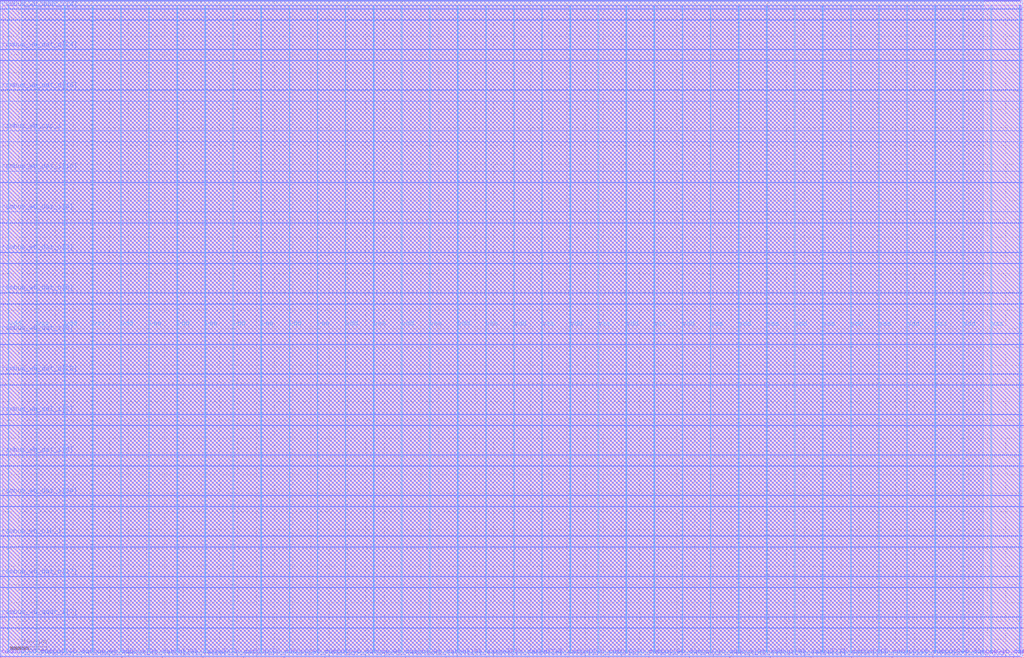
<source format=lef>
VERSION 5.7 ;
  NOWIREEXTENSIONATPIN ON ;
  DIVIDERCHAR "/" ;
  BUSBITCHARS "[]" ;
MACRO rambus
  CLASS BLOCK ;
  FOREIGN rambus ;
  ORIGIN 0.000 0.000 ;
  SIZE 2800.000 BY 1800.000 ;
  PIN rambus_wb_ack_o
    DIRECTION OUTPUT TRISTATE ;
    USE SIGNAL ;
    PORT
      LAYER Metal2 ;
        RECT 1747.200 1796.000 1747.760 1799.000 ;
    END
  END rambus_wb_ack_o
  PIN rambus_wb_addr_i[0]
    DIRECTION INPUT ;
    USE SIGNAL ;
    PORT
      LAYER Metal2 ;
        RECT 84.000 1796.000 84.560 1799.000 ;
    END
  END rambus_wb_addr_i[0]
  PIN rambus_wb_addr_i[1]
    DIRECTION INPUT ;
    USE SIGNAL ;
    PORT
      LAYER Metal3 ;
        RECT 2796.000 1078.560 2799.000 1079.120 ;
    END
  END rambus_wb_addr_i[1]
  PIN rambus_wb_addr_i[2]
    DIRECTION INPUT ;
    USE SIGNAL ;
    PORT
      LAYER Metal2 ;
        RECT 971.040 1796.000 971.600 1799.000 ;
    END
  END rambus_wb_addr_i[2]
  PIN rambus_wb_addr_i[3]
    DIRECTION INPUT ;
    USE SIGNAL ;
    PORT
      LAYER Metal2 ;
        RECT 221.760 1.000 222.320 4.000 ;
    END
  END rambus_wb_addr_i[3]
  PIN rambus_wb_addr_i[4]
    DIRECTION INPUT ;
    USE SIGNAL ;
    PORT
      LAYER Metal3 ;
        RECT 1.000 1774.080 4.000 1774.640 ;
    END
  END rambus_wb_addr_i[4]
  PIN rambus_wb_addr_i[5]
    DIRECTION INPUT ;
    USE SIGNAL ;
    PORT
      LAYER Metal3 ;
        RECT 2796.000 413.280 2799.000 413.840 ;
    END
  END rambus_wb_addr_i[5]
  PIN rambus_wb_addr_i[6]
    DIRECTION INPUT ;
    USE SIGNAL ;
    PORT
      LAYER Metal2 ;
        RECT 1995.840 1.000 1996.400 4.000 ;
    END
  END rambus_wb_addr_i[6]
  PIN rambus_wb_addr_i[7]
    DIRECTION INPUT ;
    USE SIGNAL ;
    PORT
      LAYER Metal3 ;
        RECT 1.000 110.880 4.000 111.440 ;
    END
  END rambus_wb_addr_i[7]
  PIN rambus_wb_addr_i[8]
    DIRECTION INPUT ;
    USE SIGNAL ;
    PORT
      LAYER Metal2 ;
        RECT 1884.960 1.000 1885.520 4.000 ;
    END
  END rambus_wb_addr_i[8]
  PIN rambus_wb_clk_i
    DIRECTION INPUT ;
    USE SIGNAL ;
    PORT
      LAYER Metal3 ;
        RECT 1.000 332.640 4.000 333.200 ;
    END
  END rambus_wb_clk_i
  PIN rambus_wb_cyc_i
    DIRECTION INPUT ;
    USE SIGNAL ;
    PORT
      LAYER Metal3 ;
        RECT 1.000 1441.440 4.000 1442.000 ;
    END
  END rambus_wb_cyc_i
  PIN rambus_wb_dat_i[0]
    DIRECTION INPUT ;
    USE SIGNAL ;
    PORT
      LAYER Metal3 ;
        RECT 1.000 554.400 4.000 554.960 ;
    END
  END rambus_wb_dat_i[0]
  PIN rambus_wb_dat_i[10]
    DIRECTION INPUT ;
    USE SIGNAL ;
    PORT
      LAYER Metal3 ;
        RECT 1.000 1330.560 4.000 1331.120 ;
    END
  END rambus_wb_dat_i[10]
  PIN rambus_wb_dat_i[11]
    DIRECTION INPUT ;
    USE SIGNAL ;
    PORT
      LAYER Metal2 ;
        RECT 2328.480 1.000 2329.040 4.000 ;
    END
  END rambus_wb_dat_i[11]
  PIN rambus_wb_dat_i[12]
    DIRECTION INPUT ;
    USE SIGNAL ;
    PORT
      LAYER Metal2 ;
        RECT 2745.120 1796.000 2745.680 1799.000 ;
    END
  END rambus_wb_dat_i[12]
  PIN rambus_wb_dat_i[13]
    DIRECTION INPUT ;
    USE SIGNAL ;
    PORT
      LAYER Metal2 ;
        RECT 416.640 1796.000 417.200 1799.000 ;
    END
  END rambus_wb_dat_i[13]
  PIN rambus_wb_dat_i[14]
    DIRECTION INPUT ;
    USE SIGNAL ;
    PORT
      LAYER Metal2 ;
        RECT 2190.720 1796.000 2191.280 1799.000 ;
    END
  END rambus_wb_dat_i[14]
  PIN rambus_wb_dat_i[15]
    DIRECTION INPUT ;
    USE SIGNAL ;
    PORT
      LAYER Metal2 ;
        RECT 2661.120 1.000 2661.680 4.000 ;
    END
  END rambus_wb_dat_i[15]
  PIN rambus_wb_dat_i[16]
    DIRECTION INPUT ;
    USE SIGNAL ;
    PORT
      LAYER Metal2 ;
        RECT 1636.320 1796.000 1636.880 1799.000 ;
    END
  END rambus_wb_dat_i[16]
  PIN rambus_wb_dat_i[17]
    DIRECTION INPUT ;
    USE SIGNAL ;
    PORT
      LAYER Metal3 ;
        RECT 2796.000 856.800 2799.000 857.360 ;
    END
  END rambus_wb_dat_i[17]
  PIN rambus_wb_dat_i[18]
    DIRECTION INPUT ;
    USE SIGNAL ;
    PORT
      LAYER Metal3 ;
        RECT 2796.000 302.400 2799.000 302.960 ;
    END
  END rambus_wb_dat_i[18]
  PIN rambus_wb_dat_i[19]
    DIRECTION INPUT ;
    USE SIGNAL ;
    PORT
      LAYER Metal3 ;
        RECT 2796.000 1189.440 2799.000 1190.000 ;
    END
  END rambus_wb_dat_i[19]
  PIN rambus_wb_dat_i[1]
    DIRECTION INPUT ;
    USE SIGNAL ;
    PORT
      LAYER Metal2 ;
        RECT 305.760 1796.000 306.320 1799.000 ;
    END
  END rambus_wb_dat_i[1]
  PIN rambus_wb_dat_i[20]
    DIRECTION INPUT ;
    USE SIGNAL ;
    PORT
      LAYER Metal3 ;
        RECT 2796.000 1522.080 2799.000 1522.640 ;
    END
  END rambus_wb_dat_i[20]
  PIN rambus_wb_dat_i[21]
    DIRECTION INPUT ;
    USE SIGNAL ;
    PORT
      LAYER Metal2 ;
        RECT 1192.800 1796.000 1193.360 1799.000 ;
    END
  END rambus_wb_dat_i[21]
  PIN rambus_wb_dat_i[22]
    DIRECTION INPUT ;
    USE SIGNAL ;
    PORT
      LAYER Metal3 ;
        RECT 2796.000 967.680 2799.000 968.240 ;
    END
  END rambus_wb_dat_i[22]
  PIN rambus_wb_dat_i[23]
    DIRECTION INPUT ;
    USE SIGNAL ;
    PORT
      LAYER Metal3 ;
        RECT 2796.000 191.520 2799.000 192.080 ;
    END
  END rambus_wb_dat_i[23]
  PIN rambus_wb_dat_i[24]
    DIRECTION INPUT ;
    USE SIGNAL ;
    PORT
      LAYER Metal3 ;
        RECT 1.000 443.520 4.000 444.080 ;
    END
  END rambus_wb_dat_i[24]
  PIN rambus_wb_dat_i[25]
    DIRECTION INPUT ;
    USE SIGNAL ;
    PORT
      LAYER Metal3 ;
        RECT 2796.000 1411.200 2799.000 1411.760 ;
    END
  END rambus_wb_dat_i[25]
  PIN rambus_wb_dat_i[26]
    DIRECTION INPUT ;
    USE SIGNAL ;
    PORT
      LAYER Metal2 ;
        RECT 665.280 1.000 665.840 4.000 ;
    END
  END rambus_wb_dat_i[26]
  PIN rambus_wb_dat_i[27]
    DIRECTION INPUT ;
    USE SIGNAL ;
    PORT
      LAYER Metal2 ;
        RECT 2106.720 1.000 2107.280 4.000 ;
    END
  END rambus_wb_dat_i[27]
  PIN rambus_wb_dat_i[28]
    DIRECTION INPUT ;
    USE SIGNAL ;
    PORT
      LAYER Metal2 ;
        RECT 2079.840 1796.000 2080.400 1799.000 ;
    END
  END rambus_wb_dat_i[28]
  PIN rambus_wb_dat_i[29]
    DIRECTION INPUT ;
    USE SIGNAL ;
    PORT
      LAYER Metal2 ;
        RECT 638.400 1796.000 638.960 1799.000 ;
    END
  END rambus_wb_dat_i[29]
  PIN rambus_wb_dat_i[2]
    DIRECTION INPUT ;
    USE SIGNAL ;
    PORT
      LAYER Metal2 ;
        RECT 1858.080 1796.000 1858.640 1799.000 ;
    END
  END rambus_wb_dat_i[2]
  PIN rambus_wb_dat_i[30]
    DIRECTION INPUT ;
    USE SIGNAL ;
    PORT
      LAYER Metal2 ;
        RECT 887.040 1.000 887.600 4.000 ;
    END
  END rambus_wb_dat_i[30]
  PIN rambus_wb_dat_i[31]
    DIRECTION INPUT ;
    USE SIGNAL ;
    PORT
      LAYER Metal2 ;
        RECT 2523.360 1796.000 2523.920 1799.000 ;
    END
  END rambus_wb_dat_i[31]
  PIN rambus_wb_dat_i[3]
    DIRECTION INPUT ;
    USE SIGNAL ;
    PORT
      LAYER Metal3 ;
        RECT 2796.000 1300.320 2799.000 1300.880 ;
    END
  END rambus_wb_dat_i[3]
  PIN rambus_wb_dat_i[4]
    DIRECTION INPUT ;
    USE SIGNAL ;
    PORT
      LAYER Metal3 ;
        RECT 1.000 1219.680 4.000 1220.240 ;
    END
  END rambus_wb_dat_i[4]
  PIN rambus_wb_dat_i[5]
    DIRECTION INPUT ;
    USE SIGNAL ;
    PORT
      LAYER Metal3 ;
        RECT 1.000 887.040 4.000 887.600 ;
    END
  END rambus_wb_dat_i[5]
  PIN rambus_wb_dat_i[6]
    DIRECTION INPUT ;
    USE SIGNAL ;
    PORT
      LAYER Metal2 ;
        RECT 554.400 1.000 554.960 4.000 ;
    END
  END rambus_wb_dat_i[6]
  PIN rambus_wb_dat_i[7]
    DIRECTION INPUT ;
    USE SIGNAL ;
    PORT
      LAYER Metal2 ;
        RECT 1774.080 1.000 1774.640 4.000 ;
    END
  END rambus_wb_dat_i[7]
  PIN rambus_wb_dat_i[8]
    DIRECTION INPUT ;
    USE SIGNAL ;
    PORT
      LAYER Metal3 ;
        RECT 2796.000 80.640 2799.000 81.200 ;
    END
  END rambus_wb_dat_i[8]
  PIN rambus_wb_dat_i[9]
    DIRECTION INPUT ;
    USE SIGNAL ;
    PORT
      LAYER Metal2 ;
        RECT 2550.240 1.000 2550.800 4.000 ;
    END
  END rambus_wb_dat_i[9]
  PIN rambus_wb_dat_o[0]
    DIRECTION OUTPUT TRISTATE ;
    USE SIGNAL ;
    PORT
      LAYER Metal2 ;
        RECT 1441.440 1.000 1442.000 4.000 ;
    END
  END rambus_wb_dat_o[0]
  PIN rambus_wb_dat_o[10]
    DIRECTION OUTPUT TRISTATE ;
    USE SIGNAL ;
    PORT
      LAYER Metal2 ;
        RECT 527.520 1796.000 528.080 1799.000 ;
    END
  END rambus_wb_dat_o[10]
  PIN rambus_wb_dat_o[11]
    DIRECTION OUTPUT TRISTATE ;
    USE SIGNAL ;
    PORT
      LAYER Metal2 ;
        RECT 2217.600 1.000 2218.160 4.000 ;
    END
  END rambus_wb_dat_o[11]
  PIN rambus_wb_dat_o[12]
    DIRECTION OUTPUT TRISTATE ;
    USE SIGNAL ;
    PORT
      LAYER Metal2 ;
        RECT 1303.680 1796.000 1304.240 1799.000 ;
    END
  END rambus_wb_dat_o[12]
  PIN rambus_wb_dat_o[13]
    DIRECTION OUTPUT TRISTATE ;
    USE SIGNAL ;
    PORT
      LAYER Metal2 ;
        RECT 2772.000 1.000 2772.560 4.000 ;
    END
  END rambus_wb_dat_o[13]
  PIN rambus_wb_dat_o[14]
    DIRECTION OUTPUT TRISTATE ;
    USE SIGNAL ;
    PORT
      LAYER Metal3 ;
        RECT 2796.000 524.160 2799.000 524.720 ;
    END
  END rambus_wb_dat_o[14]
  PIN rambus_wb_dat_o[15]
    DIRECTION OUTPUT TRISTATE ;
    USE SIGNAL ;
    PORT
      LAYER Metal2 ;
        RECT 1663.200 1.000 1663.760 4.000 ;
    END
  END rambus_wb_dat_o[15]
  PIN rambus_wb_dat_o[16]
    DIRECTION OUTPUT TRISTATE ;
    USE SIGNAL ;
    PORT
      LAYER Metal3 ;
        RECT 1.000 1552.320 4.000 1552.880 ;
    END
  END rambus_wb_dat_o[16]
  PIN rambus_wb_dat_o[17]
    DIRECTION OUTPUT TRISTATE ;
    USE SIGNAL ;
    PORT
      LAYER Metal3 ;
        RECT 1.000 221.760 4.000 222.320 ;
    END
  END rambus_wb_dat_o[17]
  PIN rambus_wb_dat_o[18]
    DIRECTION OUTPUT TRISTATE ;
    USE SIGNAL ;
    PORT
      LAYER Metal2 ;
        RECT 1525.440 1796.000 1526.000 1799.000 ;
    END
  END rambus_wb_dat_o[18]
  PIN rambus_wb_dat_o[19]
    DIRECTION OUTPUT TRISTATE ;
    USE SIGNAL ;
    PORT
      LAYER Metal2 ;
        RECT 1108.800 1.000 1109.360 4.000 ;
    END
  END rambus_wb_dat_o[19]
  PIN rambus_wb_dat_o[1]
    DIRECTION OUTPUT TRISTATE ;
    USE SIGNAL ;
    PORT
      LAYER Metal2 ;
        RECT 0.000 1.000 0.560 4.000 ;
    END
  END rambus_wb_dat_o[1]
  PIN rambus_wb_dat_o[20]
    DIRECTION OUTPUT TRISTATE ;
    USE SIGNAL ;
    PORT
      LAYER Metal2 ;
        RECT 1330.560 1.000 1331.120 4.000 ;
    END
  END rambus_wb_dat_o[20]
  PIN rambus_wb_dat_o[21]
    DIRECTION OUTPUT TRISTATE ;
    USE SIGNAL ;
    PORT
      LAYER Metal2 ;
        RECT 1414.560 1796.000 1415.120 1799.000 ;
    END
  END rambus_wb_dat_o[21]
  PIN rambus_wb_dat_o[22]
    DIRECTION OUTPUT TRISTATE ;
    USE SIGNAL ;
    PORT
      LAYER Metal2 ;
        RECT 1968.960 1796.000 1969.520 1799.000 ;
    END
  END rambus_wb_dat_o[22]
  PIN rambus_wb_dat_o[23]
    DIRECTION OUTPUT TRISTATE ;
    USE SIGNAL ;
    PORT
      LAYER Metal2 ;
        RECT 2634.240 1796.000 2634.800 1799.000 ;
    END
  END rambus_wb_dat_o[23]
  PIN rambus_wb_dat_o[24]
    DIRECTION OUTPUT TRISTATE ;
    USE SIGNAL ;
    PORT
      LAYER Metal3 ;
        RECT 1.000 1663.200 4.000 1663.760 ;
    END
  END rambus_wb_dat_o[24]
  PIN rambus_wb_dat_o[25]
    DIRECTION OUTPUT TRISTATE ;
    USE SIGNAL ;
    PORT
      LAYER Metal2 ;
        RECT 332.640 1.000 333.200 4.000 ;
    END
  END rambus_wb_dat_o[25]
  PIN rambus_wb_dat_o[26]
    DIRECTION OUTPUT TRISTATE ;
    USE SIGNAL ;
    PORT
      LAYER Metal2 ;
        RECT 110.880 1.000 111.440 4.000 ;
    END
  END rambus_wb_dat_o[26]
  PIN rambus_wb_dat_o[27]
    DIRECTION OUTPUT TRISTATE ;
    USE SIGNAL ;
    PORT
      LAYER Metal3 ;
        RECT 2796.000 1743.840 2799.000 1744.400 ;
    END
  END rambus_wb_dat_o[27]
  PIN rambus_wb_dat_o[28]
    DIRECTION OUTPUT TRISTATE ;
    USE SIGNAL ;
    PORT
      LAYER Metal3 ;
        RECT 1.000 776.160 4.000 776.720 ;
    END
  END rambus_wb_dat_o[28]
  PIN rambus_wb_dat_o[29]
    DIRECTION OUTPUT TRISTATE ;
    USE SIGNAL ;
    PORT
      LAYER Metal2 ;
        RECT 997.920 1.000 998.480 4.000 ;
    END
  END rambus_wb_dat_o[29]
  PIN rambus_wb_dat_o[2]
    DIRECTION OUTPUT TRISTATE ;
    USE SIGNAL ;
    PORT
      LAYER Metal3 ;
        RECT 2796.000 1632.960 2799.000 1633.520 ;
    END
  END rambus_wb_dat_o[2]
  PIN rambus_wb_dat_o[30]
    DIRECTION OUTPUT TRISTATE ;
    USE SIGNAL ;
    PORT
      LAYER Metal2 ;
        RECT 2439.360 1.000 2439.920 4.000 ;
    END
  END rambus_wb_dat_o[30]
  PIN rambus_wb_dat_o[31]
    DIRECTION OUTPUT TRISTATE ;
    USE SIGNAL ;
    PORT
      LAYER Metal2 ;
        RECT 860.160 1796.000 860.720 1799.000 ;
    END
  END rambus_wb_dat_o[31]
  PIN rambus_wb_dat_o[3]
    DIRECTION OUTPUT TRISTATE ;
    USE SIGNAL ;
    PORT
      LAYER Metal3 ;
        RECT 1.000 1108.800 4.000 1109.360 ;
    END
  END rambus_wb_dat_o[3]
  PIN rambus_wb_dat_o[4]
    DIRECTION OUTPUT TRISTATE ;
    USE SIGNAL ;
    PORT
      LAYER Metal2 ;
        RECT 443.520 1.000 444.080 4.000 ;
    END
  END rambus_wb_dat_o[4]
  PIN rambus_wb_dat_o[5]
    DIRECTION OUTPUT TRISTATE ;
    USE SIGNAL ;
    PORT
      LAYER Metal2 ;
        RECT 776.160 1.000 776.720 4.000 ;
    END
  END rambus_wb_dat_o[5]
  PIN rambus_wb_dat_o[6]
    DIRECTION OUTPUT TRISTATE ;
    USE SIGNAL ;
    PORT
      LAYER Metal3 ;
        RECT 1.000 997.920 4.000 998.480 ;
    END
  END rambus_wb_dat_o[6]
  PIN rambus_wb_dat_o[7]
    DIRECTION OUTPUT TRISTATE ;
    USE SIGNAL ;
    PORT
      LAYER Metal3 ;
        RECT 2796.000 745.920 2799.000 746.480 ;
    END
  END rambus_wb_dat_o[7]
  PIN rambus_wb_dat_o[8]
    DIRECTION OUTPUT TRISTATE ;
    USE SIGNAL ;
    PORT
      LAYER Metal2 ;
        RECT 1219.680 1.000 1220.240 4.000 ;
    END
  END rambus_wb_dat_o[8]
  PIN rambus_wb_dat_o[9]
    DIRECTION OUTPUT TRISTATE ;
    USE SIGNAL ;
    PORT
      LAYER Metal2 ;
        RECT 2412.480 1796.000 2413.040 1799.000 ;
    END
  END rambus_wb_dat_o[9]
  PIN rambus_wb_rst_i
    DIRECTION INPUT ;
    USE SIGNAL ;
    PORT
      LAYER Metal2 ;
        RECT 2301.600 1796.000 2302.160 1799.000 ;
    END
  END rambus_wb_rst_i
  PIN rambus_wb_sel_i[0]
    DIRECTION INPUT ;
    USE SIGNAL ;
    PORT
      LAYER Metal2 ;
        RECT 749.280 1796.000 749.840 1799.000 ;
    END
  END rambus_wb_sel_i[0]
  PIN rambus_wb_sel_i[1]
    DIRECTION INPUT ;
    USE SIGNAL ;
    PORT
      LAYER Metal2 ;
        RECT 1081.920 1796.000 1082.480 1799.000 ;
    END
  END rambus_wb_sel_i[1]
  PIN rambus_wb_sel_i[2]
    DIRECTION INPUT ;
    USE SIGNAL ;
    PORT
      LAYER Metal2 ;
        RECT 1552.320 1.000 1552.880 4.000 ;
    END
  END rambus_wb_sel_i[2]
  PIN rambus_wb_sel_i[3]
    DIRECTION INPUT ;
    USE SIGNAL ;
    PORT
      LAYER Metal3 ;
        RECT 1.000 665.280 4.000 665.840 ;
    END
  END rambus_wb_sel_i[3]
  PIN rambus_wb_stb_i
    DIRECTION INPUT ;
    USE SIGNAL ;
    PORT
      LAYER Metal2 ;
        RECT 194.880 1796.000 195.440 1799.000 ;
    END
  END rambus_wb_stb_i
  PIN rambus_wb_we_i
    DIRECTION INPUT ;
    USE SIGNAL ;
    PORT
      LAYER Metal3 ;
        RECT 2796.000 635.040 2799.000 635.600 ;
    END
  END rambus_wb_we_i
  PIN vdd
    DIRECTION INOUT ;
    USE POWER ;
    PORT
      LAYER Metal4 ;
        RECT 22.240 15.380 23.840 1783.900 ;
    END
    PORT
      LAYER Metal4 ;
        RECT 175.840 15.380 177.440 1783.900 ;
    END
    PORT
      LAYER Metal4 ;
        RECT 329.440 15.380 331.040 1783.900 ;
    END
    PORT
      LAYER Metal4 ;
        RECT 483.040 15.380 484.640 1783.900 ;
    END
    PORT
      LAYER Metal4 ;
        RECT 636.640 15.380 638.240 1783.900 ;
    END
    PORT
      LAYER Metal4 ;
        RECT 790.240 15.380 791.840 1783.900 ;
    END
    PORT
      LAYER Metal4 ;
        RECT 943.840 15.380 945.440 1783.900 ;
    END
    PORT
      LAYER Metal4 ;
        RECT 1097.440 15.380 1099.040 1783.900 ;
    END
    PORT
      LAYER Metal4 ;
        RECT 1251.040 15.380 1252.640 1783.900 ;
    END
    PORT
      LAYER Metal4 ;
        RECT 1404.640 15.380 1406.240 1783.900 ;
    END
    PORT
      LAYER Metal4 ;
        RECT 1558.240 15.380 1559.840 1783.900 ;
    END
    PORT
      LAYER Metal4 ;
        RECT 1711.840 15.380 1713.440 1783.900 ;
    END
    PORT
      LAYER Metal4 ;
        RECT 1865.440 15.380 1867.040 1783.900 ;
    END
    PORT
      LAYER Metal4 ;
        RECT 2019.040 15.380 2020.640 1783.900 ;
    END
    PORT
      LAYER Metal4 ;
        RECT 2172.640 15.380 2174.240 1783.900 ;
    END
    PORT
      LAYER Metal4 ;
        RECT 2326.240 15.380 2327.840 1783.900 ;
    END
    PORT
      LAYER Metal4 ;
        RECT 2479.840 15.380 2481.440 1783.900 ;
    END
    PORT
      LAYER Metal4 ;
        RECT 2633.440 15.380 2635.040 1783.900 ;
    END
    PORT
      LAYER Metal4 ;
        RECT 2787.040 15.380 2788.640 1783.900 ;
    END
  END vdd
  PIN vss
    DIRECTION INOUT ;
    USE GROUND ;
    PORT
      LAYER Metal4 ;
        RECT 99.040 15.380 100.640 1783.900 ;
    END
    PORT
      LAYER Metal4 ;
        RECT 252.640 15.380 254.240 1783.900 ;
    END
    PORT
      LAYER Metal4 ;
        RECT 406.240 15.380 407.840 1783.900 ;
    END
    PORT
      LAYER Metal4 ;
        RECT 559.840 15.380 561.440 1783.900 ;
    END
    PORT
      LAYER Metal4 ;
        RECT 713.440 15.380 715.040 1783.900 ;
    END
    PORT
      LAYER Metal4 ;
        RECT 867.040 15.380 868.640 1783.900 ;
    END
    PORT
      LAYER Metal4 ;
        RECT 1020.640 15.380 1022.240 1783.900 ;
    END
    PORT
      LAYER Metal4 ;
        RECT 1174.240 15.380 1175.840 1783.900 ;
    END
    PORT
      LAYER Metal4 ;
        RECT 1327.840 15.380 1329.440 1783.900 ;
    END
    PORT
      LAYER Metal4 ;
        RECT 1481.440 15.380 1483.040 1783.900 ;
    END
    PORT
      LAYER Metal4 ;
        RECT 1635.040 15.380 1636.640 1783.900 ;
    END
    PORT
      LAYER Metal4 ;
        RECT 1788.640 15.380 1790.240 1783.900 ;
    END
    PORT
      LAYER Metal4 ;
        RECT 1942.240 15.380 1943.840 1783.900 ;
    END
    PORT
      LAYER Metal4 ;
        RECT 2095.840 15.380 2097.440 1783.900 ;
    END
    PORT
      LAYER Metal4 ;
        RECT 2249.440 15.380 2251.040 1783.900 ;
    END
    PORT
      LAYER Metal4 ;
        RECT 2403.040 15.380 2404.640 1783.900 ;
    END
    PORT
      LAYER Metal4 ;
        RECT 2556.640 15.380 2558.240 1783.900 ;
    END
    PORT
      LAYER Metal4 ;
        RECT 2710.240 15.380 2711.840 1783.900 ;
    END
  END vss
  OBS
      LAYER Metal1 ;
        RECT 6.720 15.380 2793.280 1784.570 ;
      LAYER Metal2 ;
        RECT 0.140 1799.300 2790.900 1799.700 ;
        RECT 0.140 1795.700 83.700 1799.300 ;
        RECT 84.860 1795.700 194.580 1799.300 ;
        RECT 195.740 1795.700 305.460 1799.300 ;
        RECT 306.620 1795.700 416.340 1799.300 ;
        RECT 417.500 1795.700 527.220 1799.300 ;
        RECT 528.380 1795.700 638.100 1799.300 ;
        RECT 639.260 1795.700 748.980 1799.300 ;
        RECT 750.140 1795.700 859.860 1799.300 ;
        RECT 861.020 1795.700 970.740 1799.300 ;
        RECT 971.900 1795.700 1081.620 1799.300 ;
        RECT 1082.780 1795.700 1192.500 1799.300 ;
        RECT 1193.660 1795.700 1303.380 1799.300 ;
        RECT 1304.540 1795.700 1414.260 1799.300 ;
        RECT 1415.420 1795.700 1525.140 1799.300 ;
        RECT 1526.300 1795.700 1636.020 1799.300 ;
        RECT 1637.180 1795.700 1746.900 1799.300 ;
        RECT 1748.060 1795.700 1857.780 1799.300 ;
        RECT 1858.940 1795.700 1968.660 1799.300 ;
        RECT 1969.820 1795.700 2079.540 1799.300 ;
        RECT 2080.700 1795.700 2190.420 1799.300 ;
        RECT 2191.580 1795.700 2301.300 1799.300 ;
        RECT 2302.460 1795.700 2412.180 1799.300 ;
        RECT 2413.340 1795.700 2523.060 1799.300 ;
        RECT 2524.220 1795.700 2633.940 1799.300 ;
        RECT 2635.100 1795.700 2744.820 1799.300 ;
        RECT 2745.980 1795.700 2790.900 1799.300 ;
        RECT 0.140 4.300 2790.900 1795.700 ;
        RECT 0.860 2.890 110.580 4.300 ;
        RECT 111.740 2.890 221.460 4.300 ;
        RECT 222.620 2.890 332.340 4.300 ;
        RECT 333.500 2.890 443.220 4.300 ;
        RECT 444.380 2.890 554.100 4.300 ;
        RECT 555.260 2.890 664.980 4.300 ;
        RECT 666.140 2.890 775.860 4.300 ;
        RECT 777.020 2.890 886.740 4.300 ;
        RECT 887.900 2.890 997.620 4.300 ;
        RECT 998.780 2.890 1108.500 4.300 ;
        RECT 1109.660 2.890 1219.380 4.300 ;
        RECT 1220.540 2.890 1330.260 4.300 ;
        RECT 1331.420 2.890 1441.140 4.300 ;
        RECT 1442.300 2.890 1552.020 4.300 ;
        RECT 1553.180 2.890 1662.900 4.300 ;
        RECT 1664.060 2.890 1773.780 4.300 ;
        RECT 1774.940 2.890 1884.660 4.300 ;
        RECT 1885.820 2.890 1995.540 4.300 ;
        RECT 1996.700 2.890 2106.420 4.300 ;
        RECT 2107.580 2.890 2217.300 4.300 ;
        RECT 2218.460 2.890 2328.180 4.300 ;
        RECT 2329.340 2.890 2439.060 4.300 ;
        RECT 2440.220 2.890 2549.940 4.300 ;
        RECT 2551.100 2.890 2660.820 4.300 ;
        RECT 2661.980 2.890 2771.700 4.300 ;
        RECT 2772.860 2.890 2790.900 4.300 ;
      LAYER Metal3 ;
        RECT 0.090 1774.940 2796.000 1796.900 ;
        RECT 0.090 1773.780 0.700 1774.940 ;
        RECT 4.300 1773.780 2796.000 1774.940 ;
        RECT 0.090 1744.700 2796.000 1773.780 ;
        RECT 0.090 1743.540 2795.700 1744.700 ;
        RECT 0.090 1664.060 2796.000 1743.540 ;
        RECT 0.090 1662.900 0.700 1664.060 ;
        RECT 4.300 1662.900 2796.000 1664.060 ;
        RECT 0.090 1633.820 2796.000 1662.900 ;
        RECT 0.090 1632.660 2795.700 1633.820 ;
        RECT 0.090 1553.180 2796.000 1632.660 ;
        RECT 0.090 1552.020 0.700 1553.180 ;
        RECT 4.300 1552.020 2796.000 1553.180 ;
        RECT 0.090 1522.940 2796.000 1552.020 ;
        RECT 0.090 1521.780 2795.700 1522.940 ;
        RECT 0.090 1442.300 2796.000 1521.780 ;
        RECT 0.090 1441.140 0.700 1442.300 ;
        RECT 4.300 1441.140 2796.000 1442.300 ;
        RECT 0.090 1412.060 2796.000 1441.140 ;
        RECT 0.090 1410.900 2795.700 1412.060 ;
        RECT 0.090 1331.420 2796.000 1410.900 ;
        RECT 0.090 1330.260 0.700 1331.420 ;
        RECT 4.300 1330.260 2796.000 1331.420 ;
        RECT 0.090 1301.180 2796.000 1330.260 ;
        RECT 0.090 1300.020 2795.700 1301.180 ;
        RECT 0.090 1220.540 2796.000 1300.020 ;
        RECT 0.090 1219.380 0.700 1220.540 ;
        RECT 4.300 1219.380 2796.000 1220.540 ;
        RECT 0.090 1190.300 2796.000 1219.380 ;
        RECT 0.090 1189.140 2795.700 1190.300 ;
        RECT 0.090 1109.660 2796.000 1189.140 ;
        RECT 0.090 1108.500 0.700 1109.660 ;
        RECT 4.300 1108.500 2796.000 1109.660 ;
        RECT 0.090 1079.420 2796.000 1108.500 ;
        RECT 0.090 1078.260 2795.700 1079.420 ;
        RECT 0.090 998.780 2796.000 1078.260 ;
        RECT 0.090 997.620 0.700 998.780 ;
        RECT 4.300 997.620 2796.000 998.780 ;
        RECT 0.090 968.540 2796.000 997.620 ;
        RECT 0.090 967.380 2795.700 968.540 ;
        RECT 0.090 887.900 2796.000 967.380 ;
        RECT 0.090 886.740 0.700 887.900 ;
        RECT 4.300 886.740 2796.000 887.900 ;
        RECT 0.090 857.660 2796.000 886.740 ;
        RECT 0.090 856.500 2795.700 857.660 ;
        RECT 0.090 777.020 2796.000 856.500 ;
        RECT 0.090 775.860 0.700 777.020 ;
        RECT 4.300 775.860 2796.000 777.020 ;
        RECT 0.090 746.780 2796.000 775.860 ;
        RECT 0.090 745.620 2795.700 746.780 ;
        RECT 0.090 666.140 2796.000 745.620 ;
        RECT 0.090 664.980 0.700 666.140 ;
        RECT 4.300 664.980 2796.000 666.140 ;
        RECT 0.090 635.900 2796.000 664.980 ;
        RECT 0.090 634.740 2795.700 635.900 ;
        RECT 0.090 555.260 2796.000 634.740 ;
        RECT 0.090 554.100 0.700 555.260 ;
        RECT 4.300 554.100 2796.000 555.260 ;
        RECT 0.090 525.020 2796.000 554.100 ;
        RECT 0.090 523.860 2795.700 525.020 ;
        RECT 0.090 444.380 2796.000 523.860 ;
        RECT 0.090 443.220 0.700 444.380 ;
        RECT 4.300 443.220 2796.000 444.380 ;
        RECT 0.090 414.140 2796.000 443.220 ;
        RECT 0.090 412.980 2795.700 414.140 ;
        RECT 0.090 333.500 2796.000 412.980 ;
        RECT 0.090 332.340 0.700 333.500 ;
        RECT 4.300 332.340 2796.000 333.500 ;
        RECT 0.090 303.260 2796.000 332.340 ;
        RECT 0.090 302.100 2795.700 303.260 ;
        RECT 0.090 222.620 2796.000 302.100 ;
        RECT 0.090 221.460 0.700 222.620 ;
        RECT 4.300 221.460 2796.000 222.620 ;
        RECT 0.090 192.380 2796.000 221.460 ;
        RECT 0.090 191.220 2795.700 192.380 ;
        RECT 0.090 111.740 2796.000 191.220 ;
        RECT 0.090 110.580 0.700 111.740 ;
        RECT 4.300 110.580 2796.000 111.740 ;
        RECT 0.090 81.500 2796.000 110.580 ;
        RECT 0.090 80.340 2795.700 81.500 ;
        RECT 0.090 2.940 2796.000 80.340 ;
      LAYER Metal4 ;
        RECT 58.940 1784.200 2688.420 1796.950 ;
        RECT 58.940 15.080 98.740 1784.200 ;
        RECT 100.940 15.080 175.540 1784.200 ;
        RECT 177.740 15.080 252.340 1784.200 ;
        RECT 254.540 15.080 329.140 1784.200 ;
        RECT 331.340 15.080 405.940 1784.200 ;
        RECT 408.140 15.080 482.740 1784.200 ;
        RECT 484.940 15.080 559.540 1784.200 ;
        RECT 561.740 15.080 636.340 1784.200 ;
        RECT 638.540 15.080 713.140 1784.200 ;
        RECT 715.340 15.080 789.940 1784.200 ;
        RECT 792.140 15.080 866.740 1784.200 ;
        RECT 868.940 15.080 943.540 1784.200 ;
        RECT 945.740 15.080 1020.340 1784.200 ;
        RECT 1022.540 15.080 1097.140 1784.200 ;
        RECT 1099.340 15.080 1173.940 1784.200 ;
        RECT 1176.140 15.080 1250.740 1784.200 ;
        RECT 1252.940 15.080 1327.540 1784.200 ;
        RECT 1329.740 15.080 1404.340 1784.200 ;
        RECT 1406.540 15.080 1481.140 1784.200 ;
        RECT 1483.340 15.080 1557.940 1784.200 ;
        RECT 1560.140 15.080 1634.740 1784.200 ;
        RECT 1636.940 15.080 1711.540 1784.200 ;
        RECT 1713.740 15.080 1788.340 1784.200 ;
        RECT 1790.540 15.080 1865.140 1784.200 ;
        RECT 1867.340 15.080 1941.940 1784.200 ;
        RECT 1944.140 15.080 2018.740 1784.200 ;
        RECT 2020.940 15.080 2095.540 1784.200 ;
        RECT 2097.740 15.080 2172.340 1784.200 ;
        RECT 2174.540 15.080 2249.140 1784.200 ;
        RECT 2251.340 15.080 2325.940 1784.200 ;
        RECT 2328.140 15.080 2402.740 1784.200 ;
        RECT 2404.940 15.080 2479.540 1784.200 ;
        RECT 2481.740 15.080 2556.340 1784.200 ;
        RECT 2558.540 15.080 2633.140 1784.200 ;
        RECT 2635.340 15.080 2688.420 1784.200 ;
        RECT 58.940 2.890 2688.420 15.080 ;
  END
END rambus
END LIBRARY


</source>
